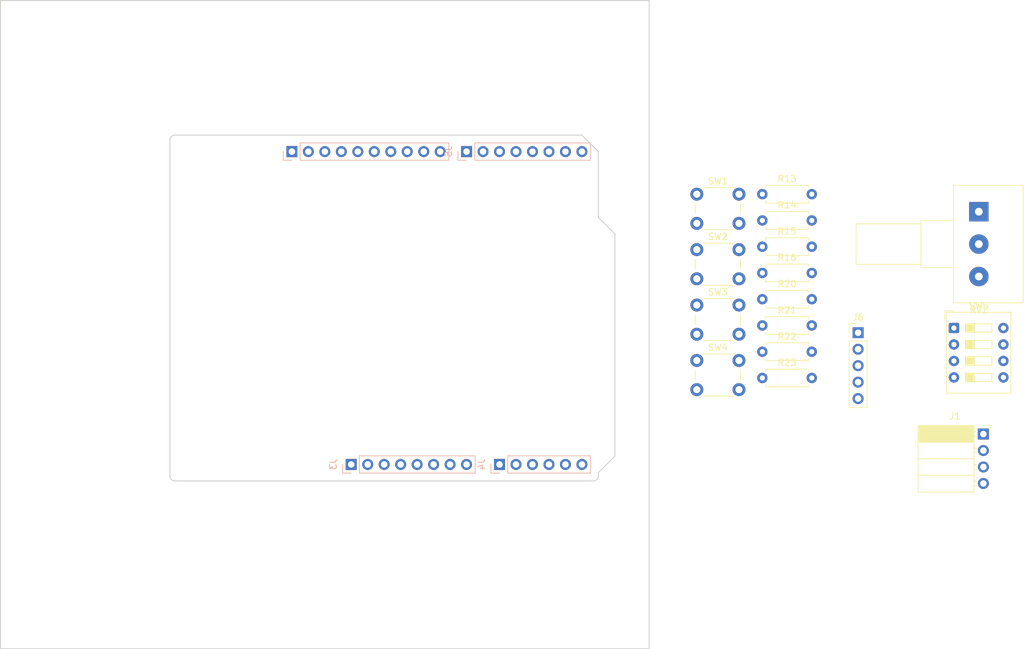
<source format=kicad_pcb>
(kicad_pcb (version 20241229) (generator "pcbnew") (generator_version "9.0")
  (title_block (date "mar. 31 mars 2015"))
  (layers (0 "F.Cu" signal) (2 "B.Cu" signal) (15 "B.Paste" user) (5 "F.SilkS" user "F.Silkscreen") (7 "B.SilkS" user "B.Silkscreen") (1 "F.Mask" user) (3 "B.Mask" user) (25 "Edge.Cuts" user))
  (net 0 "")
  (net 1 "/SCL{slash}A5")
  (net 2 "/SDA{slash}A4")
  (net 3 "/AREF")
  (net 4 "GND")
  (net 5 "/13")
  (net 6 "/12")
  (net 7 "/*11")
  (net 8 "/*10")
  (net 9 "/*9")
  (net 10 "/8")
  (net 11 "/IOREF")
  (net 12 "/~{RESET}")
  (net 13 "+3V3")
  (net 14 "+5V")
  (net 15 "VCC")
  (net 16 "/A0")
  (net 17 "/A1")
  (net 18 "/A2")
  (net 19 "/A3")
  (net 20 "/7")
  (net 21 "/*6")
  (net 22 "/*5")
  (net 23 "/4")
  (net 24 "/*3")
  (net 25 "/2")
  (net 26 "/TX{slash}1")
  (net 27 "/RX{slash}0")
  (net 29 "/ZCD")
  (net 30 "/DIMM2")
  (net 31 "/DIMM1")
  (footprint "Button_Switch_THT:SW_PUSH_6mm" (layer "F.Cu") (at 193.33 61.88)
    (property "Reference" "SW1" (at 3.25 -2 0) (layer "F.SilkS"))
    (property "Value" "SW_Push")
    (fp_line (start -0.25 1.5) (end -0.25 3) (stroke (width 0.12)) (layer "F.SilkS"))
    (fp_line (start 1 5.5) (end 5.5 5.5) (stroke (width 0.12)) (layer "F.SilkS"))
    (fp_line (start 5.5 -1) (end 1 -1) (stroke (width 0.12)) (layer "F.SilkS"))
    (fp_line (start 6.75 3) (end 6.75 1.5) (stroke (width 0.12)) (layer "F.SilkS"))
    (pad "1" thru_hole circle (at 0 0 90) (size 2 2) (drill 1.1) (layers "*.Cu" "*.Mask") (net 25 "/2"))
    (pad "1" thru_hole circle (at 6.5 0 90) (size 2 2) (drill 1.1) (layers "*.Cu" "*.Mask") (net 25 "/2"))
    (pad "2" thru_hole circle (at 0 4.5 90) (size 2 2) (drill 1.1) (layers "*.Cu" "*.Mask") (net 14 "+5V"))
    (pad "2" thru_hole circle (at 6.5 4.5 90) (size 2 2) (drill 1.1) (layers "*.Cu" "*.Mask") (net 14 "+5V"))
  )
  (footprint "Resistor_THT:R_Axial_DIN0207_L6.3mm_D2.5mm_P7.62mm_Horizontal" (layer "F.Cu") (at 203.43 90.23)
    (property "Reference" "R23" (at 3.81 -2.37 0) (layer "F.SilkS"))
    (property "Value" "10k")
    (fp_line (start 0.54 -1.37) (end 7.08 -1.37) (stroke (width 0.12)) (layer "F.SilkS"))
    (fp_line (start 0.54 -1.04) (end 0.54 -1.37) (stroke (width 0.12)) (layer "F.SilkS"))
    (fp_line (start 0.54 1.04) (end 0.54 1.37) (stroke (width 0.12)) (layer "F.SilkS"))
    (fp_line (start 0.54 1.37) (end 7.08 1.37) (stroke (width 0.12)) (layer "F.SilkS"))
    (fp_line (start 7.08 -1.37) (end 7.08 -1.04) (stroke (width 0.12)) (layer "F.SilkS"))
    (fp_line (start 7.08 1.37) (end 7.08 1.04) (stroke (width 0.12)) (layer "F.SilkS"))
    (pad "1" thru_hole circle (at 0 0) (size 1.6 1.6) (drill 0.8) (layers "*.Cu" "*.Mask") (net 17 "/A1"))
    (pad "2" thru_hole circle (at 7.62 0) (size 1.6 1.6) (drill 0.8) (layers "*.Cu" "*.Mask") (net 4 "GND"))
  )
  (footprint "Button_Switch_THT:SW_DIP_SPSTx04_Slide_9.78x12.34mm_W7.62mm_P2.54mm" (layer "F.Cu") (at 232.965 82.525)
    (property "Reference" "SW5" (at 3.81 -3.42 0) (layer "F.SilkS"))
    (property "Value" "SW_DIP_x04")
    (fp_line (start -1.38 -2.66) (end -1.38 -1.277) (stroke (width 0.12)) (layer "F.SilkS"))
    (fp_line (start -1.38 -2.66) (end 0.003 -2.66) (stroke (width 0.12)) (layer "F.SilkS"))
    (fp_line (start -1.14 -2.42) (end -1.14 10.04) (stroke (width 0.12)) (layer "F.SilkS"))
    (fp_line (start -1.14 -2.42) (end 8.76 -2.42) (stroke (width 0.12)) (layer "F.SilkS"))
    (fp_line (start -1.14 10.04) (end 8.76 10.04) (stroke (width 0.12)) (layer "F.SilkS"))
    (fp_line (start 3.133333 -0.635) (end 3.133333 0.635) (stroke (width 0.12)) (layer "F.SilkS"))
    (fp_line (start 3.133333 1.905) (end 3.133333 3.175) (stroke (width 0.12)) (layer "F.SilkS"))
    (fp_line (start 3.133333 4.445) (end 3.133333 5.715) (stroke (width 0.12)) (layer "F.SilkS"))
    (fp_line (start 3.133333 6.985) (end 3.133333 8.255) (stroke (width 0.12)) (layer "F.SilkS"))
    (fp_line (start 8.76 -2.42) (end 8.76 10.04) (stroke (width 0.12)) (layer "F.SilkS"))
    (fp_rect (start 1.78 -0.635) (end 3.133333 0.635) (stroke (width 0.12)) (fill yes) (layer "F.SilkS"))
    (fp_rect (start 1.78 -0.635) (end 5.84 0.635) (stroke (width 0.12)) (fill no) (layer "F.SilkS"))
    (fp_rect (start 1.78 1.905) (end 3.133333 3.175) (stroke (width 0.12)) (fill yes) (layer "F.SilkS"))
    (fp_rect (start 1.78 1.905) (end 5.84 3.175) (stroke (width 0.12)) (fill no) (layer "F.SilkS"))
    (fp_rect (start 1.78 4.445) (end 3.133333 5.715) (stroke (width 0.12)) (fill yes) (layer "F.SilkS"))
    (fp_rect (start 1.78 4.445) (end 5.84 5.715) (stroke (width 0.12)) (fill no) (layer "F.SilkS"))
    (fp_rect (start 1.78 6.985) (end 3.133333 8.255) (stroke (width 0.12)) (fill yes) (layer "F.SilkS"))
    (fp_rect (start 1.78 6.985) (end 5.84 8.255) (stroke (width 0.12)) (fill no) (layer "F.SilkS"))
    (pad "1" thru_hole roundrect (at 0 0) (size 1.6 1.6) (drill 0.8) (layers "*.Cu" "*.Mask") (roundrect_rratio 0.15625) (net 14 "+5V"))
    (pad "2" thru_hole circle (at 0 2.54) (size 1.6 1.6) (drill 0.8) (layers "*.Cu" "*.Mask") (net 14 "+5V"))
    (pad "3" thru_hole circle (at 0 5.08) (size 1.6 1.6) (drill 0.8) (layers "*.Cu" "*.Mask") (net 14 "+5V"))
    (pad "4" thru_hole circle (at 0 7.62) (size 1.6 1.6) (drill 0.8) (layers "*.Cu" "*.Mask") (net 14 "+5V"))
    (pad "5" thru_hole circle (at 7.62 7.62) (size 1.6 1.6) (drill 0.8) (layers "*.Cu" "*.Mask") (net 17 "/A1"))
    (pad "6" thru_hole circle (at 7.62 5.08) (size 1.6 1.6) (drill 0.8) (layers "*.Cu" "*.Mask") (net 18 "/A2"))
    (pad "7" thru_hole circle (at 7.62 2.54) (size 1.6 1.6) (drill 0.8) (layers "*.Cu" "*.Mask") (net 19 "/A3"))
    (pad "8" thru_hole circle (at 7.62 0) (size 1.6 1.6) (drill 0.8) (layers "*.Cu" "*.Mask") (net 2 "/SDA{slash}A4"))
  )
  (footprint "Resistor_THT:R_Axial_DIN0207_L6.3mm_D2.5mm_P7.62mm_Horizontal" (layer "F.Cu") (at 203.43 86.18)
    (property "Reference" "R22" (at 3.81 -2.37 0) (layer "F.SilkS"))
    (property "Value" "10k")
    (fp_line (start 0.54 -1.37) (end 7.08 -1.37) (stroke (width 0.12)) (layer "F.SilkS"))
    (fp_line (start 0.54 -1.04) (end 0.54 -1.37) (stroke (width 0.12)) (layer "F.SilkS"))
    (fp_line (start 0.54 1.04) (end 0.54 1.37) (stroke (width 0.12)) (layer "F.SilkS"))
    (fp_line (start 0.54 1.37) (end 7.08 1.37) (stroke (width 0.12)) (layer "F.SilkS"))
    (fp_line (start 7.08 -1.37) (end 7.08 -1.04) (stroke (width 0.12)) (layer "F.SilkS"))
    (fp_line (start 7.08 1.37) (end 7.08 1.04) (stroke (width 0.12)) (layer "F.SilkS"))
    (pad "1" thru_hole circle (at 0 0) (size 1.6 1.6) (drill 0.8) (layers "*.Cu" "*.Mask") (net 18 "/A2"))
    (pad "2" thru_hole circle (at 7.62 0) (size 1.6 1.6) (drill 0.8) (layers "*.Cu" "*.Mask") (net 4 "GND"))
  )
  (footprint "Resistor_THT:R_Axial_DIN0207_L6.3mm_D2.5mm_P7.62mm_Horizontal" (layer "F.Cu") (at 203.43 82.13)
    (property "Reference" "R21" (at 3.81 -2.37 0) (layer "F.SilkS"))
    (property "Value" "10k")
    (fp_line (start 0.54 -1.37) (end 7.08 -1.37) (stroke (width 0.12)) (layer "F.SilkS"))
    (fp_line (start 0.54 -1.04) (end 0.54 -1.37) (stroke (width 0.12)) (layer "F.SilkS"))
    (fp_line (start 0.54 1.04) (end 0.54 1.37) (stroke (width 0.12)) (layer "F.SilkS"))
    (fp_line (start 0.54 1.37) (end 7.08 1.37) (stroke (width 0.12)) (layer "F.SilkS"))
    (fp_line (start 7.08 -1.37) (end 7.08 -1.04) (stroke (width 0.12)) (layer "F.SilkS"))
    (fp_line (start 7.08 1.37) (end 7.08 1.04) (stroke (width 0.12)) (layer "F.SilkS"))
    (pad "1" thru_hole circle (at 0 0) (size 1.6 1.6) (drill 0.8) (layers "*.Cu" "*.Mask") (net 19 "/A3"))
    (pad "2" thru_hole circle (at 7.62 0) (size 1.6 1.6) (drill 0.8) (layers "*.Cu" "*.Mask") (net 4 "GND"))
  )
  (footprint "Button_Switch_THT:SW_PUSH_6mm" (layer "F.Cu") (at 193.33 78.98)
    (property "Reference" "SW3" (at 3.25 -2 0) (layer "F.SilkS"))
    (property "Value" "SW_Push")
    (fp_line (start -0.25 1.5) (end -0.25 3) (stroke (width 0.12)) (layer "F.SilkS"))
    (fp_line (start 1 5.5) (end 5.5 5.5) (stroke (width 0.12)) (layer "F.SilkS"))
    (fp_line (start 5.5 -1) (end 1 -1) (stroke (width 0.12)) (layer "F.SilkS"))
    (fp_line (start 6.75 3) (end 6.75 1.5) (stroke (width 0.12)) (layer "F.SilkS"))
    (pad "1" thru_hole circle (at 0 0 90) (size 2 2) (drill 1.1) (layers "*.Cu" "*.Mask") (net 22 "/*5"))
    (pad "1" thru_hole circle (at 6.5 0 90) (size 2 2) (drill 1.1) (layers "*.Cu" "*.Mask") (net 22 "/*5"))
    (pad "2" thru_hole circle (at 0 4.5 90) (size 2 2) (drill 1.1) (layers "*.Cu" "*.Mask") (net 14 "+5V"))
    (pad "2" thru_hole circle (at 6.5 4.5 90) (size 2 2) (drill 1.1) (layers "*.Cu" "*.Mask") (net 14 "+5V"))
  )
  (footprint "Resistor_THT:R_Axial_DIN0207_L6.3mm_D2.5mm_P7.62mm_Horizontal" (layer "F.Cu") (at 203.43 69.98)
    (property "Reference" "R15" (at 3.81 -2.37 0) (layer "F.SilkS"))
    (property "Value" "10k")
    (fp_line (start 0.54 -1.37) (end 7.08 -1.37) (stroke (width 0.12)) (layer "F.SilkS"))
    (fp_line (start 0.54 -1.04) (end 0.54 -1.37) (stroke (width 0.12)) (layer "F.SilkS"))
    (fp_line (start 0.54 1.04) (end 0.54 1.37) (stroke (width 0.12)) (layer "F.SilkS"))
    (fp_line (start 0.54 1.37) (end 7.08 1.37) (stroke (width 0.12)) (layer "F.SilkS"))
    (fp_line (start 7.08 -1.37) (end 7.08 -1.04) (stroke (width 0.12)) (layer "F.SilkS"))
    (fp_line (start 7.08 1.37) (end 7.08 1.04) (stroke (width 0.12)) (layer "F.SilkS"))
    (pad "1" thru_hole circle (at 0 0) (size 1.6 1.6) (drill 0.8) (layers "*.Cu" "*.Mask") (net 22 "/*5"))
    (pad "2" thru_hole circle (at 7.62 0) (size 1.6 1.6) (drill 0.8) (layers "*.Cu" "*.Mask") (net 4 "GND"))
  )
  (footprint "Potentiometer_THT:Potentiometer_Alps_RK163_Single_Horizontal" (layer "F.Cu") (at 236.8 64.58)
    (property "Reference" "RV1" (at 0 15.2 180) (layer "F.SilkS"))
    (property "Value" "1k")
    (fp_line (start -18.92 8.12) (end -18.92 1.88) (stroke (width 0.12)) (layer "F.SilkS"))
    (fp_line (start -8.92 1.88) (end -18.92 1.88) (stroke (width 0.12)) (layer "F.SilkS"))
    (fp_line (start -8.92 8.12) (end -18.92 8.12) (stroke (width 0.12)) (layer "F.SilkS"))
    (fp_line (start -8.92 8.62) (end -8.92 1.38) (stroke (width 0.12)) (layer "F.SilkS"))
    (fp_line (start -3.92 1.38) (end -8.92 1.38) (stroke (width 0.12)) (layer "F.SilkS"))
    (fp_line (start -3.92 8.62) (end -8.92 8.62) (stroke (width 0.12)) (layer "F.SilkS"))
    (fp_line (start -3.92 14.07) (end -3.92 -4.07) (stroke (width 0.12)) (layer "F.SilkS"))
    (fp_line (start 6.82 -4.07) (end -3.92 -4.07) (stroke (width 0.12)) (layer "F.SilkS"))
    (fp_line (start 6.82 14.07) (end -3.92 14.07) (stroke (width 0.12)) (layer "F.SilkS"))
    (fp_line (start 6.82 14.07) (end 6.82 -4.07) (stroke (width 0.12)) (layer "F.SilkS"))
    (pad "1" thru_hole rect (at 0 0 180) (size 3 3) (drill 1.2) (layers "*.Cu" "*.Mask") (net 14 "+5V"))
    (pad "2" thru_hole circle (at 0 5 180) (size 3 3) (drill 1.2) (layers "*.Cu" "*.Mask") (net 16 "/A0"))
    (pad "3" thru_hole circle (at 0 10 180) (size 3 3) (drill 1.2) (layers "*.Cu" "*.Mask") (net 4 "GND"))
  )
  (footprint "Resistor_THT:R_Axial_DIN0207_L6.3mm_D2.5mm_P7.62mm_Horizontal" (layer "F.Cu") (at 203.43 61.88)
    (property "Reference" "R13" (at 3.81 -2.37 0) (layer "F.SilkS"))
    (property "Value" "10k")
    (fp_line (start 0.54 -1.37) (end 7.08 -1.37) (stroke (width 0.12)) (layer "F.SilkS"))
    (fp_line (start 0.54 -1.04) (end 0.54 -1.37) (stroke (width 0.12)) (layer "F.SilkS"))
    (fp_line (start 0.54 1.04) (end 0.54 1.37) (stroke (width 0.12)) (layer "F.SilkS"))
    (fp_line (start 0.54 1.37) (end 7.08 1.37) (stroke (width 0.12)) (layer "F.SilkS"))
    (fp_line (start 7.08 -1.37) (end 7.08 -1.04) (stroke (width 0.12)) (layer "F.SilkS"))
    (fp_line (start 7.08 1.37) (end 7.08 1.04) (stroke (width 0.12)) (layer "F.SilkS"))
    (pad "1" thru_hole circle (at 0 0) (size 1.6 1.6) (drill 0.8) (layers "*.Cu" "*.Mask") (net 25 "/2"))
    (pad "2" thru_hole circle (at 7.62 0) (size 1.6 1.6) (drill 0.8) (layers "*.Cu" "*.Mask") (net 4 "GND"))
  )
  (footprint "Connector_PinHeader_2.54mm:PinHeader_1x05_P2.54mm_Vertical" (layer "F.Cu") (at 218.19 83.25)
    (property "Reference" "J6" (at 0 -2.38 0) (layer "F.SilkS"))
    (property "Value" "Dimmer module")
    (fp_line (start -1.38 -1.38) (end 0 -1.38) (stroke (width 0.12)) (layer "F.SilkS"))
    (fp_line (start -1.38 0) (end -1.38 -1.38) (stroke (width 0.12)) (layer "F.SilkS"))
    (fp_line (start -1.38 1.27) (end -1.38 11.54) (stroke (width 0.12)) (layer "F.SilkS"))
    (fp_line (start -1.38 1.27) (end 1.38 1.27) (stroke (width 0.12)) (layer "F.SilkS"))
    (fp_line (start -1.38 11.54) (end 1.38 11.54) (stroke (width 0.12)) (layer "F.SilkS"))
    (fp_line (start 1.38 1.27) (end 1.38 11.54) (stroke (width 0.12)) (layer "F.SilkS"))
    (pad "1" thru_hole rect (at 0 0) (size 1.7 1.7) (drill 1) (layers "*.Cu" "*.Mask") (net 14 "+5V"))
    (pad "2" thru_hole circle (at 0 2.54) (size 1.7 1.7) (drill 1) (layers "*.Cu" "*.Mask") (net 4 "GND"))
    (pad "3" thru_hole circle (at 0 5.08) (size 1.7 1.7) (drill 1) (layers "*.Cu" "*.Mask") (net 29 "/ZCD"))
    (pad "4" thru_hole circle (at 0 7.62) (size 1.7 1.7) (drill 1) (layers "*.Cu" "*.Mask") (net 30 "/DIMM2"))
    (pad "5" thru_hole circle (at 0 10.16) (size 1.7 1.7) (drill 1) (layers "*.Cu" "*.Mask") (net 31 "/DIMM1"))
  )
  (footprint "Button_Switch_THT:SW_PUSH_6mm" (layer "F.Cu") (at 193.33 87.53)
    (property "Reference" "SW4" (at 3.25 -2 0) (layer "F.SilkS"))
    (property "Value" "SW_Push")
    (fp_line (start -0.25 1.5) (end -0.25 3) (stroke (width 0.12)) (layer "F.SilkS"))
    (fp_line (start 1 5.5) (end 5.5 5.5) (stroke (width 0.12)) (layer "F.SilkS"))
    (fp_line (start 5.5 -1) (end 1 -1) (stroke (width 0.12)) (layer "F.SilkS"))
    (fp_line (start 6.75 3) (end 6.75 1.5) (stroke (width 0.12)) (layer "F.SilkS"))
    (pad "1" thru_hole circle (at 0 0 90) (size 2 2) (drill 1.1) (layers "*.Cu" "*.Mask") (net 23 "/4"))
    (pad "1" thru_hole circle (at 6.5 0 90) (size 2 2) (drill 1.1) (layers "*.Cu" "*.Mask") (net 23 "/4"))
    (pad "2" thru_hole circle (at 0 4.5 90) (size 2 2) (drill 1.1) (layers "*.Cu" "*.Mask") (net 14 "+5V"))
    (pad "2" thru_hole circle (at 6.5 4.5 90) (size 2 2) (drill 1.1) (layers "*.Cu" "*.Mask") (net 14 "+5V"))
  )
  (footprint "Button_Switch_THT:SW_PUSH_6mm" (layer "F.Cu") (at 193.33 70.43)
    (property "Reference" "SW2" (at 3.25 -2 0) (layer "F.SilkS"))
    (property "Value" "SW_Push")
    (fp_line (start -0.25 1.5) (end -0.25 3) (stroke (width 0.12)) (layer "F.SilkS"))
    (fp_line (start 1 5.5) (end 5.5 5.5) (stroke (width 0.12)) (layer "F.SilkS"))
    (fp_line (start 5.5 -1) (end 1 -1) (stroke (width 0.12)) (layer "F.SilkS"))
    (fp_line (start 6.75 3) (end 6.75 1.5) (stroke (width 0.12)) (layer "F.SilkS"))
    (pad "1" thru_hole circle (at 0 0 90) (size 2 2) (drill 1.1) (layers "*.Cu" "*.Mask") (net 24 "/*3"))
    (pad "1" thru_hole circle (at 6.5 0 90) (size 2 2) (drill 1.1) (layers "*.Cu" "*.Mask") (net 24 "/*3"))
    (pad "2" thru_hole circle (at 0 4.5 90) (size 2 2) (drill 1.1) (layers "*.Cu" "*.Mask") (net 14 "+5V"))
    (pad "2" thru_hole circle (at 6.5 4.5 90) (size 2 2) (drill 1.1) (layers "*.Cu" "*.Mask") (net 14 "+5V"))
  )
  (footprint "Resistor_THT:R_Axial_DIN0207_L6.3mm_D2.5mm_P7.62mm_Horizontal" (layer "F.Cu") (at 203.43 78.08)
    (property "Reference" "R20" (at 3.81 -2.37 0) (layer "F.SilkS"))
    (property "Value" "10k")
    (fp_line (start 0.54 -1.37) (end 7.08 -1.37) (stroke (width 0.12)) (layer "F.SilkS"))
    (fp_line (start 0.54 -1.04) (end 0.54 -1.37) (stroke (width 0.12)) (layer "F.SilkS"))
    (fp_line (start 0.54 1.04) (end 0.54 1.37) (stroke (width 0.12)) (layer "F.SilkS"))
    (fp_line (start 0.54 1.37) (end 7.08 1.37) (stroke (width 0.12)) (layer "F.SilkS"))
    (fp_line (start 7.08 -1.37) (end 7.08 -1.04) (stroke (width 0.12)) (layer "F.SilkS"))
    (fp_line (start 7.08 1.37) (end 7.08 1.04) (stroke (width 0.12)) (layer "F.SilkS"))
    (pad "1" thru_hole circle (at 0 0) (size 1.6 1.6) (drill 0.8) (layers "*.Cu" "*.Mask") (net 2 "/SDA{slash}A4"))
    (pad "2" thru_hole circle (at 7.62 0) (size 1.6 1.6) (drill 0.8) (layers "*.Cu" "*.Mask") (net 4 "GND"))
  )
  (footprint "Resistor_THT:R_Axial_DIN0207_L6.3mm_D2.5mm_P7.62mm_Horizontal" (layer "F.Cu") (at 203.43 65.93)
    (property "Reference" "R14" (at 3.81 -2.37 0) (layer "F.SilkS"))
    (property "Value" "10k")
    (fp_line (start 0.54 -1.37) (end 7.08 -1.37) (stroke (width 0.12)) (layer "F.SilkS"))
    (fp_line (start 0.54 -1.04) (end 0.54 -1.37) (stroke (width 0.12)) (layer "F.SilkS"))
    (fp_line (start 0.54 1.04) (end 0.54 1.37) (stroke (width 0.12)) (layer "F.SilkS"))
    (fp_line (start 0.54 1.37) (end 7.08 1.37) (stroke (width 0.12)) (layer "F.SilkS"))
    (fp_line (start 7.08 -1.37) (end 7.08 -1.04) (stroke (width 0.12)) (layer "F.SilkS"))
    (fp_line (start 7.08 1.37) (end 7.08 1.04) (stroke (width 0.12)) (layer "F.SilkS"))
    (pad "1" thru_hole circle (at 0 0) (size 1.6 1.6) (drill 0.8) (layers "*.Cu" "*.Mask") (net 24 "/*3"))
    (pad "2" thru_hole circle (at 7.62 0) (size 1.6 1.6) (drill 0.8) (layers "*.Cu" "*.Mask") (net 4 "GND"))
  )
  (footprint "Resistor_THT:R_Axial_DIN0207_L6.3mm_D2.5mm_P7.62mm_Horizontal" (layer "F.Cu") (at 203.43 74.03)
    (property "Reference" "R16" (at 3.81 -2.37 0) (layer "F.SilkS"))
    (property "Value" "10k")
    (fp_line (start 0.54 -1.37) (end 7.08 -1.37) (stroke (width 0.12)) (layer "F.SilkS"))
    (fp_line (start 0.54 -1.04) (end 0.54 -1.37) (stroke (width 0.12)) (layer "F.SilkS"))
    (fp_line (start 0.54 1.04) (end 0.54 1.37) (stroke (width 0.12)) (layer "F.SilkS"))
    (fp_line (start 0.54 1.37) (end 7.08 1.37) (stroke (width 0.12)) (layer "F.SilkS"))
    (fp_line (start 7.08 -1.37) (end 7.08 -1.04) (stroke (width 0.12)) (layer "F.SilkS"))
    (fp_line (start 7.08 1.37) (end 7.08 1.04) (stroke (width 0.12)) (layer "F.SilkS"))
    (pad "1" thru_hole circle (at 0 0) (size 1.6 1.6) (drill 0.8) (layers "*.Cu" "*.Mask") (net 23 "/4"))
    (pad "2" thru_hole circle (at 7.62 0) (size 1.6 1.6) (drill 0.8) (layers "*.Cu" "*.Mask") (net 4 "GND"))
  )
  (footprint "Connector_PinSocket_2.54mm:PinSocket_1x04_P2.54mm_Horizontal" (layer "F.Cu") (at 237.5 98.88)
    (property "Reference" "J1" (at -4.38 -2.77 0) (layer "F.SilkS"))
    (property "Value" "HC-05 connector")
    (fp_line (start -10.09 -1.33) (end -10.09 8.95) (stroke (width 0.12)) (layer "F.SilkS"))
    (fp_line (start -10.09 -1.33) (end -1.46 -1.33) (stroke (width 0.12)) (layer "F.SilkS"))
    (fp_line (start -10.09 -1.21) (end -1.46 -1.21) (stroke (width 0.12)) (layer "F.SilkS"))
    (fp_line (start -10.09 -1.091905) (end -1.46 -1.091905) (stroke (width 0.12)) (layer "F.SilkS"))
    (fp_line (start -10.09 -0.97381) (end -1.46 -0.97381) (stroke (width 0.12)) (layer "F.SilkS"))
    (fp_line (start -10.09 -0.855715) (end -1.46 -0.855715) (stroke (width 0.12)) (layer "F.SilkS"))
    (fp_line (start -10.09 -0.73762) (end -1.46 -0.73762) (stroke (width 0.12)) (layer "F.SilkS"))
    (fp_line (start -10.09 -0.619525) (end -1.46 -0.619525) (stroke (width 0.12)) (layer "F.SilkS"))
    (fp_line (start -10.09 -0.50143) (end -1.46 -0.50143) (stroke (width 0.12)) (layer "F.SilkS"))
    (fp_line (start -10.09 -0.383335) (end -1.46 -0.383335) (stroke (width 0.12)) (layer "F.SilkS"))
    (fp_line (start -10.09 -0.26524) (end -1.46 -0.26524) (stroke (width 0.12)) (layer "F.SilkS"))
    (fp_line (start -10.09 -0.147145) (end -1.46 -0.147145) (stroke (width 0.12)) (layer "F.SilkS"))
    (fp_line (start -10.09 -0.02905) (end -1.46 -0.02905) (stroke (width 0.12)) (layer "F.SilkS"))
    (fp_line (start -10.09 0.089045) (end -1.46 0.089045) (stroke (width 0.12)) (layer "F.SilkS"))
    (fp_line (start -10.09 0.20714) (end -1.46 0.20714) (stroke (width 0.12)) (layer "F.SilkS"))
    (fp_line (start -10.09 0.325235) (end -1.46 0.325235) (stroke (width 0.12)) (layer "F.SilkS"))
    (fp_line (start -10.09 0.44333) (end -1.46 0.44333) (stroke (width 0.12)) (layer "F.SilkS"))
    (fp_line (start -10.09 0.561425) (end -1.46 0.561425) (stroke (width 0.12)) (layer "F.SilkS"))
    (fp_line (start -10.09 0.67952) (end -1.46 0.67952) (stroke (width 0.12)) (layer "F.SilkS"))
    (fp_line (start -10.09 0.797615) (end -1.46 0.797615) (stroke (width 0.12)) (layer "F.SilkS"))
    (fp_line (start -10.09 0.91571) (end -1.46 0.91571) (stroke (width 0.12)) (layer "F.SilkS"))
    (fp_line (start -10.09 1.033805) (end -1.46 1.033805) (stroke (width 0.12)) (layer "F.SilkS"))
    (fp_line (start -10.09 1.1519) (end -1.46 1.1519) (stroke (width 0.12)) (layer "F.SilkS"))
    (fp_line (start -10.09 1.27) (end -1.46 1.27) (stroke (width 0.12)) (layer "F.SilkS"))
    (fp_line (start -10.09 3.81) (end -1.46 3.81) (stroke (width 0.12)) (layer "F.SilkS"))
    (fp_line (start -10.09 6.35) (end -1.46 6.35) (stroke (width 0.12)) (layer "F.SilkS"))
    (fp_line (start -10.09 8.95) (end -1.46 8.95) (stroke (width 0.12)) (layer "F.SilkS"))
    (fp_line (start -1.46 -1.33) (end -1.46 8.95) (stroke (width 0.12)) (layer "F.SilkS"))
    (fp_line (start -1.46 -0.36) (end -1.11 -0.36) (stroke (width 0.12)) (layer "F.SilkS"))
    (fp_line (start -1.46 0.36) (end -1.11 0.36) (stroke (width 0.12)) (layer "F.SilkS"))
    (fp_line (start -1.46 2.18) (end -1.05 2.18) (stroke (width 0.12)) (layer "F.SilkS"))
    (fp_line (start -1.46 2.9) (end -1.05 2.9) (stroke (width 0.12)) (layer "F.SilkS"))
    (fp_line (start -1.46 4.72) (end -1.05 4.72) (stroke (width 0.12)) (layer "F.SilkS"))
    (fp_line (start -1.46 5.44) (end -1.05 5.44) (stroke (width 0.12)) (layer "F.SilkS"))
    (fp_line (start -1.46 7.26) (end -1.05 7.26) (stroke (width 0.12)) (layer "F.SilkS"))
    (fp_line (start -1.46 7.98) (end -1.05 7.98) (stroke (width 0.12)) (layer "F.SilkS"))
    (fp_line (start 0 -1.33) (end 1.11 -1.33) (stroke (width 0.12)) (layer "F.SilkS"))
    (fp_line (start 1.11 -1.33) (end 1.11 0) (stroke (width 0.12)) (layer "F.SilkS"))
    (pad "1" thru_hole rect (at 0 0) (size 1.7 1.7) (drill 1) (layers "*.Cu" "*.Mask") (net 26 "/TX{slash}1"))
    (pad "2" thru_hole circle (at 0 2.54) (size 1.7 1.7) (drill 1) (layers "*.Cu" "*.Mask") (net 27 "/RX{slash}0"))
    (pad "3" thru_hole circle (at 0 5.08) (size 1.7 1.7) (drill 1) (layers "*.Cu" "*.Mask") (net 4 "GND"))
    (pad "4" thru_hole circle (at 0 7.62) (size 1.7 1.7) (drill 1) (layers "*.Cu" "*.Mask") (net 14 "+5V"))
  )
  (footprint "Connector_PinSocket_2.54mm:PinSocket_1x10_P2.54mm_Vertical" (layer "B.Cu") (at 130.916 55.31 -90)
    (property "Reference" "J2" (hide yes))
    (property "Value" "Digital/PWM")
    (fp_line (start 0 1.33) (end 1.33 1.33) (stroke (width 0.12)) (layer "B.SilkS"))
    (fp_line (start 1.33 1.33) (end 1.33 0) (stroke (width 0.12)) (layer "B.SilkS"))
    (fp_line (start -1.33 -1.27) (end 1.33 -1.27) (stroke (width 0.12)) (layer "B.SilkS"))
    (fp_line (start -1.33 -1.27) (end -1.33 -24.19) (stroke (width 0.12)) (layer "B.SilkS"))
    (fp_line (start 1.33 -1.27) (end 1.33 -24.19) (stroke (width 0.12)) (layer "B.SilkS"))
    (fp_line (start -1.33 -24.19) (end 1.33 -24.19) (stroke (width 0.12)) (layer "B.SilkS"))
    (pad "1" thru_hole rect (at 0 0 270) (size 1.7 1.7) (drill 1) (layers "*.Cu" "*.Mask") (net 1 "/SCL{slash}A5"))
    (pad "2" thru_hole circle (at 0 -2.54 270) (size 1.7 1.7) (drill 1) (layers "*.Cu" "*.Mask") (net 2 "/SDA{slash}A4"))
    (pad "3" thru_hole circle (at 0 -5.08 270) (size 1.7 1.7) (drill 1) (layers "*.Cu" "*.Mask") (net 3 "/AREF"))
    (pad "4" thru_hole circle (at 0 -7.62 270) (size 1.7 1.7) (drill 1) (layers "*.Cu" "*.Mask") (net 4 "GND"))
    (pad "5" thru_hole circle (at 0 -10.16 270) (size 1.7 1.7) (drill 1) (layers "*.Cu" "*.Mask") (net 5 "/13"))
    (pad "6" thru_hole circle (at 0 -12.7 270) (size 1.7 1.7) (drill 1) (layers "*.Cu" "*.Mask") (net 6 "/12"))
    (pad "7" thru_hole circle (at 0 -15.24 270) (size 1.7 1.7) (drill 1) (layers "*.Cu" "*.Mask") (net 7 "/*11"))
    (pad "8" thru_hole circle (at 0 -17.78 270) (size 1.7 1.7) (drill 1) (layers "*.Cu" "*.Mask") (net 8 "/*10"))
    (pad "9" thru_hole circle (at 0 -20.32 270) (size 1.7 1.7) (drill 1) (layers "*.Cu" "*.Mask") (net 9 "/*9"))
    (pad "10" thru_hole circle (at 0 -22.86 270) (size 1.7 1.7) (drill 1) (layers "*.Cu" "*.Mask") (net 10 "/8"))
  )
  (footprint "Connector_PinSocket_2.54mm:PinSocket_1x08_P2.54mm_Vertical" (layer "B.Cu") (at 140.06 103.57 -90)
    (property "Reference" "J3" (at 0 2.77 90) (layer "B.SilkS") (effects (justify mirror)))
    (property "Value" "Power")
    (fp_line (start 0 1.33) (end 1.33 1.33) (stroke (width 0.12)) (layer "B.SilkS"))
    (fp_line (start 1.33 1.33) (end 1.33 0) (stroke (width 0.12)) (layer "B.SilkS"))
    (fp_line (start -1.33 -1.27) (end 1.33 -1.27) (stroke (width 0.12)) (layer "B.SilkS"))
    (fp_line (start -1.33 -1.27) (end -1.33 -19.11) (stroke (width 0.12)) (layer "B.SilkS"))
    (fp_line (start 1.33 -1.27) (end 1.33 -19.11) (stroke (width 0.12)) (layer "B.SilkS"))
    (fp_line (start -1.33 -19.11) (end 1.33 -19.11) (stroke (width 0.12)) (layer "B.SilkS"))
    (pad "1" thru_hole rect (at 0 0 270) (size 1.7 1.7) (drill 1) (layers "*.Cu" "*.Mask"))
    (pad "2" thru_hole circle (at 0 -2.54 270) (size 1.7 1.7) (drill 1) (layers "*.Cu" "*.Mask") (net 11 "/IOREF"))
    (pad "3" thru_hole circle (at 0 -5.08 270) (size 1.7 1.7) (drill 1) (layers "*.Cu" "*.Mask") (net 12 "/~{RESET}"))
    (pad "4" thru_hole circle (at 0 -7.62 270) (size 1.7 1.7) (drill 1) (layers "*.Cu" "*.Mask") (net 13 "+3V3"))
    (pad "5" thru_hole circle (at 0 -10.16 270) (size 1.7 1.7) (drill 1) (layers "*.Cu" "*.Mask") (net 14 "+5V"))
    (pad "6" thru_hole circle (at 0 -12.7 270) (size 1.7 1.7) (drill 1) (layers "*.Cu" "*.Mask") (net 4 "GND"))
    (pad "7" thru_hole circle (at 0 -15.24 270) (size 1.7 1.7) (drill 1) (layers "*.Cu" "*.Mask") (net 4 "GND"))
    (pad "8" thru_hole circle (at 0 -17.78 270) (size 1.7 1.7) (drill 1) (layers "*.Cu" "*.Mask") (net 15 "VCC"))
  )
  (footprint "Connector_PinSocket_2.54mm:PinSocket_1x08_P2.54mm_Vertical" (layer "B.Cu") (at 157.84 55.31 -90)
    (property "Reference" "J5" (at 0 2.77 90) (layer "B.SilkS") (effects (justify mirror)))
    (property "Value" "Digital/PWM")
    (fp_line (start 0 1.33) (end 1.33 1.33) (stroke (width 0.12)) (layer "B.SilkS"))
    (fp_line (start 1.33 1.33) (end 1.33 0) (stroke (width 0.12)) (layer "B.SilkS"))
    (fp_line (start -1.33 -1.27) (end 1.33 -1.27) (stroke (width 0.12)) (layer "B.SilkS"))
    (fp_line (start -1.33 -1.27) (end -1.33 -19.11) (stroke (width 0.12)) (layer "B.SilkS"))
    (fp_line (start 1.33 -1.27) (end 1.33 -19.11) (stroke (width 0.12)) (layer "B.SilkS"))
    (fp_line (start -1.33 -19.11) (end 1.33 -19.11) (stroke (width 0.12)) (layer "B.SilkS"))
    (pad "1" thru_hole rect (at 0 0 270) (size 1.7 1.7) (drill 1) (layers "*.Cu" "*.Mask") (net 20 "/7"))
    (pad "2" thru_hole circle (at 0 -2.54 270) (size 1.7 1.7) (drill 1) (layers "*.Cu" "*.Mask") (net 21 "/*6"))
    (pad "3" thru_hole circle (at 0 -5.08 270) (size 1.7 1.7) (drill 1) (layers "*.Cu" "*.Mask") (net 22 "/*5"))
    (pad "4" thru_hole circle (at 0 -7.62 270) (size 1.7 1.7) (drill 1) (layers "*.Cu" "*.Mask") (net 23 "/4"))
    (pad "5" thru_hole circle (at 0 -10.16 270) (size 1.7 1.7) (drill 1) (layers "*.Cu" "*.Mask") (net 24 "/*3"))
    (pad "6" thru_hole circle (at 0 -12.7 270) (size 1.7 1.7) (drill 1) (layers "*.Cu" "*.Mask") (net 25 "/2"))
    (pad "7" thru_hole circle (at 0 -15.24 270) (size 1.7 1.7) (drill 1) (layers "*.Cu" "*.Mask") (net 26 "/TX{slash}1"))
    (pad "8" thru_hole circle (at 0 -17.78 270) (size 1.7 1.7) (drill 1) (layers "*.Cu" "*.Mask") (net 27 "/RX{slash}0"))
  )
  (footprint "Connector_PinSocket_2.54mm:PinSocket_1x06_P2.54mm_Vertical" (layer "B.Cu") (at 162.92 103.57 -90)
    (property "Reference" "J4" (at 0 2.77 90) (layer "B.SilkS") (effects (justify mirror)))
    (property "Value" "Analog")
    (fp_line (start 0 1.33) (end 1.33 1.33) (stroke (width 0.12)) (layer "B.SilkS"))
    (fp_line (start 1.33 1.33) (end 1.33 0) (stroke (width 0.12)) (layer "B.SilkS"))
    (fp_line (start -1.33 -1.27) (end 1.33 -1.27) (stroke (width 0.12)) (layer "B.SilkS"))
    (fp_line (start -1.33 -1.27) (end -1.33 -14.03) (stroke (width 0.12)) (layer "B.SilkS"))
    (fp_line (start 1.33 -1.27) (end 1.33 -14.03) (stroke (width 0.12)) (layer "B.SilkS"))
    (fp_line (start -1.33 -14.03) (end 1.33 -14.03) (stroke (width 0.12)) (layer "B.SilkS"))
    (pad "1" thru_hole rect (at 0 0 270) (size 1.7 1.7) (drill 1) (layers "*.Cu" "*.Mask") (net 16 "/A0"))
    (pad "2" thru_hole circle (at 0 -2.54 270) (size 1.7 1.7) (drill 1) (layers "*.Cu" "*.Mask") (net 17 "/A1"))
    (pad "3" thru_hole circle (at 0 -5.08 270) (size 1.7 1.7) (drill 1) (layers "*.Cu" "*.Mask") (net 18 "/A2"))
    (pad "4" thru_hole circle (at 0 -7.62 270) (size 1.7 1.7) (drill 1) (layers "*.Cu" "*.Mask") (net 19 "/A3"))
    (pad "5" thru_hole circle (at 0 -10.16 270) (size 1.7 1.7) (drill 1) (layers "*.Cu" "*.Mask") (net 2 "/SDA{slash}A4"))
    (pad "6" thru_hole circle (at 0 -12.7 270) (size 1.7 1.7) (drill 1) (layers "*.Cu" "*.Mask") (net 1 "/SCL{slash}A5"))
  )
  (gr_line (start 178.16 65.47) (end 180.7 68.01) (stroke (width 0.15)) (layer "Edge.Cuts"))
  (gr_line (start 112.12 105.348) (end 112.12 53.532) (stroke (width 0.15)) (layer "Edge.Cuts"))
  (gr_line (start 177.398 106.11) (end 112.882 106.11) (stroke (width 0.15)) (layer "Edge.Cuts"))
  (gr_line (start 112.882 52.77) (end 175.62 52.77) (stroke (width 0.15)) (layer "Edge.Cuts"))
  (gr_line (start 180.7 102.3) (end 178.16 104.84) (stroke (width 0.15)) (layer "Edge.Cuts"))
  (gr_line (start 178.16 55.31) (end 178.16 65.47) (stroke (width 0.15)) (layer "Edge.Cuts"))
  (gr_line (start 180.7 68.01) (end 180.7 102.3) (stroke (width 0.15)) (layer "Edge.Cuts"))
  (gr_arc (start 112.12 53.532) (mid 112.343185 52.993185) (end 112.882 52.77) (stroke (width 0.15)) (layer "Edge.Cuts"))
  (gr_arc (start 178.16 105.348) (mid 177.936815 105.886815) (end 177.398 106.11) (stroke (width 0.15)) (layer "Edge.Cuts"))
  (gr_arc (start 112.882 106.11) (mid 112.343185 105.886815) (end 112.12 105.348) (stroke (width 0.15)) (layer "Edge.Cuts"))
  (gr_rect (start 86 32) (end 186 132) (stroke (width 0.15)) (fill no) (layer "Edge.Cuts"))
  (gr_line (start 178.16 104.84) (end 178.16 105.348) (stroke (width 0.15)) (layer "Edge.Cuts"))
  (gr_line (start 175.62 52.77) (end 178.16 55.31) (stroke (width 0.15)) (layer "Edge.Cuts"))
)
</source>
